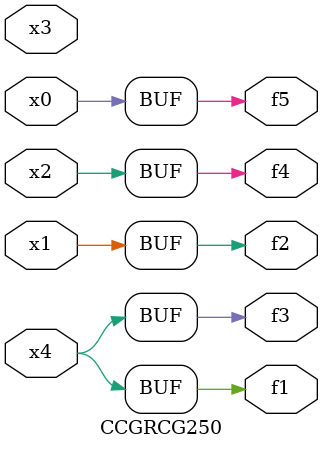
<source format=v>
module CCGRCG250(
	input x0, x1, x2, x3, x4,
	output f1, f2, f3, f4, f5
);
	assign f1 = x4;
	assign f2 = x1;
	assign f3 = x4;
	assign f4 = x2;
	assign f5 = x0;
endmodule

</source>
